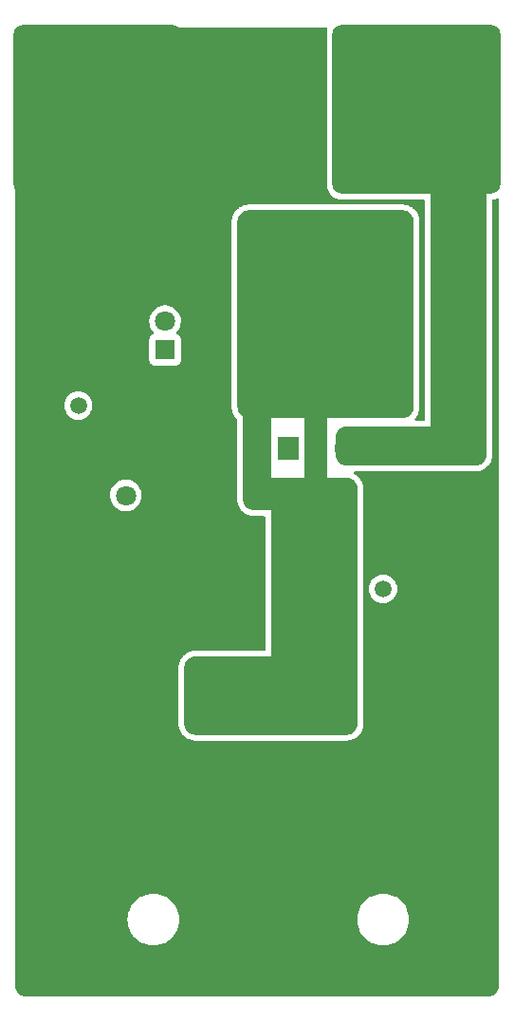
<source format=gbl>
%TF.GenerationSoftware,KiCad,Pcbnew,(6.0.5)*%
%TF.CreationDate,2022-08-02T11:04:15-06:00*%
%TF.ProjectId,fet_stress_test,6665745f-7374-4726-9573-735f74657374,rev?*%
%TF.SameCoordinates,Original*%
%TF.FileFunction,Copper,L2,Bot*%
%TF.FilePolarity,Positive*%
%FSLAX46Y46*%
G04 Gerber Fmt 4.6, Leading zero omitted, Abs format (unit mm)*
G04 Created by KiCad (PCBNEW (6.0.5)) date 2022-08-02 11:04:15*
%MOMM*%
%LPD*%
G01*
G04 APERTURE LIST*
G04 Aperture macros list*
%AMRoundRect*
0 Rectangle with rounded corners*
0 $1 Rounding radius*
0 $2 $3 $4 $5 $6 $7 $8 $9 X,Y pos of 4 corners*
0 Add a 4 corners polygon primitive as box body*
4,1,4,$2,$3,$4,$5,$6,$7,$8,$9,$2,$3,0*
0 Add four circle primitives for the rounded corners*
1,1,$1+$1,$2,$3*
1,1,$1+$1,$4,$5*
1,1,$1+$1,$6,$7*
1,1,$1+$1,$8,$9*
0 Add four rect primitives between the rounded corners*
20,1,$1+$1,$2,$3,$4,$5,0*
20,1,$1+$1,$4,$5,$6,$7,0*
20,1,$1+$1,$6,$7,$8,$9,0*
20,1,$1+$1,$8,$9,$2,$3,0*%
G04 Aperture macros list end*
%TA.AperFunction,ComponentPad*%
%ADD10C,4.000000*%
%TD*%
%TA.AperFunction,ComponentPad*%
%ADD11R,1.905000X2.000000*%
%TD*%
%TA.AperFunction,ComponentPad*%
%ADD12O,1.905000X2.000000*%
%TD*%
%TA.AperFunction,ComponentPad*%
%ADD13R,2.500000X4.500000*%
%TD*%
%TA.AperFunction,ComponentPad*%
%ADD14O,2.500000X4.500000*%
%TD*%
%TA.AperFunction,ComponentPad*%
%ADD15R,1.800000X1.800000*%
%TD*%
%TA.AperFunction,ComponentPad*%
%ADD16C,1.800000*%
%TD*%
%TA.AperFunction,ComponentPad*%
%ADD17RoundRect,0.750000X-6.750000X-6.750000X6.750000X-6.750000X6.750000X6.750000X-6.750000X6.750000X0*%
%TD*%
%TA.AperFunction,ComponentPad*%
%ADD18C,1.500000*%
%TD*%
%TA.AperFunction,ViaPad*%
%ADD19C,0.750000*%
%TD*%
%TA.AperFunction,ViaPad*%
%ADD20C,0.510000*%
%TD*%
G04 APERTURE END LIST*
D10*
%TO.P,J3,1,Pin_1*%
%TO.N,GND*%
X131167900Y-129617900D03*
%TO.P,J3,2,Pin_2*%
X131167900Y-135282100D03*
%TO.P,J3,3,Pin_3*%
X136832100Y-135282100D03*
%TO.P,J3,4,Pin_4*%
X136832100Y-129617900D03*
%TD*%
%TO.P,J2,1,Pin_1*%
%TO.N,GND*%
X111000000Y-129700440D03*
%TO.P,J2,2,Pin_2*%
X108142500Y-134649780D03*
%TO.P,J2,3,Pin_3*%
X113857500Y-134649780D03*
%TD*%
%TO.P,J1,1,Pin_1*%
%TO.N,GND*%
X123000000Y-136000000D03*
%TO.P,J1,2,Pin_2*%
X123000000Y-130158000D03*
%TD*%
D11*
%TO.P,Q2,1,G*%
%TO.N,Net-(D2-Pad1)*%
X124850000Y-98400000D03*
D12*
%TO.P,Q2,2,D*%
%TO.N,/OUTPUT*%
X127390000Y-98400000D03*
%TO.P,Q2,3,S*%
%TO.N,/24V*%
X129930000Y-98400000D03*
%TD*%
D13*
%TO.P,R7,1*%
%TO.N,/OUTPUT*%
X118300000Y-120560000D03*
D14*
%TO.P,R7,2*%
%TO.N,GND*%
X107400000Y-120560000D03*
%TD*%
D15*
%TO.P,D4,1,K*%
%TO.N,GND*%
X110390000Y-100075000D03*
D16*
%TO.P,D4,2,A*%
%TO.N,Net-(D4-Pad2)*%
X110390000Y-102615000D03*
%TD*%
D15*
%TO.P,D1,1,K*%
%TO.N,Net-(D1-Pad1)*%
X113890000Y-89625000D03*
D16*
%TO.P,D1,2,A*%
%TO.N,Net-(D1-Pad2)*%
X113890000Y-87085000D03*
%TD*%
D13*
%TO.P,R8,1*%
%TO.N,GND*%
X138800000Y-120560000D03*
D14*
%TO.P,R8,2*%
%TO.N,/OUTPUT*%
X127900000Y-120560000D03*
%TD*%
D17*
%TO.P,TP1,1,1*%
%TO.N,GND*%
X107850000Y-68200000D03*
%TD*%
D18*
%TO.P,TP5,1,1*%
%TO.N,/OUTPUT*%
X133350000Y-110950000D03*
%TD*%
%TO.P,TP3,1,1*%
%TO.N,GND*%
X112350000Y-110700000D03*
%TD*%
%TO.P,TP6,1,1*%
%TO.N,GND*%
X106140000Y-89350000D03*
%TD*%
%TO.P,TP4,1,1*%
%TO.N,Net-(R1-Pad2)*%
X106140000Y-94600000D03*
%TD*%
D17*
%TO.P,TP2,1,1*%
%TO.N,/24V*%
X136350000Y-68200000D03*
%TD*%
D19*
%TO.N,GND*%
X142133000Y-146210000D03*
X142133000Y-143670000D03*
X142133000Y-141130000D03*
X142133000Y-138590000D03*
X142133000Y-136050000D03*
X142133000Y-133510000D03*
X142133000Y-130970000D03*
X142133000Y-128430000D03*
X142133000Y-125890000D03*
X142133000Y-123350000D03*
X142133000Y-120810000D03*
X142133000Y-118270000D03*
X142133000Y-115730000D03*
X142133000Y-113190000D03*
X142133000Y-110650000D03*
X142133000Y-108110000D03*
X142133000Y-105570000D03*
X142133000Y-103030000D03*
X139593000Y-146210000D03*
X139593000Y-143670000D03*
X139593000Y-141130000D03*
X139593000Y-138590000D03*
X139593000Y-133510000D03*
X139593000Y-125890000D03*
X139593000Y-115730000D03*
X139593000Y-113190000D03*
X139593000Y-110650000D03*
X139593000Y-108110000D03*
X139593000Y-105570000D03*
X139593000Y-103030000D03*
X137053000Y-146210000D03*
X137053000Y-143670000D03*
X137053000Y-141130000D03*
X137053000Y-138590000D03*
X137053000Y-125890000D03*
X137053000Y-115730000D03*
X137053000Y-113190000D03*
X137053000Y-110650000D03*
X137053000Y-108110000D03*
X137053000Y-105570000D03*
X137053000Y-103030000D03*
X134513000Y-146210000D03*
X134513000Y-143670000D03*
X134513000Y-125890000D03*
X134513000Y-123350000D03*
X134513000Y-120810000D03*
X134513000Y-118270000D03*
X134513000Y-115730000D03*
X134513000Y-113190000D03*
X134513000Y-108110000D03*
X134513000Y-105570000D03*
X134513000Y-103030000D03*
X131973000Y-146210000D03*
X131973000Y-143670000D03*
X131973000Y-125890000D03*
X129433000Y-146210000D03*
X129433000Y-143670000D03*
X129433000Y-141130000D03*
X129433000Y-138590000D03*
X129433000Y-125890000D03*
X126893000Y-146210000D03*
X126893000Y-143670000D03*
X126893000Y-141130000D03*
X126893000Y-138590000D03*
X126893000Y-136050000D03*
X126893000Y-133510000D03*
X126893000Y-130970000D03*
X126893000Y-128430000D03*
X126893000Y-125890000D03*
X126893000Y-75090000D03*
X126893000Y-72550000D03*
X126893000Y-70010000D03*
X126893000Y-67470000D03*
X126893000Y-64930000D03*
X126893000Y-62390000D03*
X124353000Y-146210000D03*
X124353000Y-143670000D03*
X124353000Y-141130000D03*
X124353000Y-125890000D03*
X124353000Y-75090000D03*
X124353000Y-72550000D03*
X124353000Y-70010000D03*
X124353000Y-67470000D03*
X124353000Y-64930000D03*
X124353000Y-62390000D03*
X121813000Y-146210000D03*
X121813000Y-143670000D03*
X121813000Y-141130000D03*
X121813000Y-125890000D03*
X121813000Y-115730000D03*
X121813000Y-113190000D03*
X121813000Y-108110000D03*
X121813000Y-105570000D03*
X121813000Y-75090000D03*
X121813000Y-72550000D03*
X121813000Y-70010000D03*
X121813000Y-67470000D03*
X121813000Y-64930000D03*
X121813000Y-62390000D03*
X119273000Y-146210000D03*
X119273000Y-143670000D03*
X119273000Y-141130000D03*
X119273000Y-138590000D03*
X119273000Y-136050000D03*
X119273000Y-133510000D03*
X119273000Y-130970000D03*
X119273000Y-128430000D03*
X119273000Y-125890000D03*
X119273000Y-115730000D03*
X119273000Y-113190000D03*
X119273000Y-108110000D03*
X119273000Y-105570000D03*
X119273000Y-100490000D03*
X119273000Y-80170000D03*
X119273000Y-77630000D03*
X119273000Y-75090000D03*
X119273000Y-72550000D03*
X119273000Y-70010000D03*
X119273000Y-67470000D03*
X119273000Y-64930000D03*
X119273000Y-62390000D03*
X116733000Y-146210000D03*
X116733000Y-143670000D03*
X116733000Y-141130000D03*
X116733000Y-138590000D03*
X116733000Y-136050000D03*
X116733000Y-133510000D03*
X116733000Y-130970000D03*
X116733000Y-128430000D03*
X116733000Y-125890000D03*
X116733000Y-115730000D03*
X116733000Y-113190000D03*
X116733000Y-108110000D03*
X116733000Y-105570000D03*
X116733000Y-97950000D03*
X116733000Y-82710000D03*
X116733000Y-80170000D03*
X116733000Y-77630000D03*
X116733000Y-75090000D03*
X116733000Y-72550000D03*
X116733000Y-70010000D03*
X116733000Y-67470000D03*
X116733000Y-64930000D03*
X116733000Y-62390000D03*
X114193000Y-146210000D03*
X114193000Y-143670000D03*
X114193000Y-130970000D03*
X114193000Y-128430000D03*
X114193000Y-125890000D03*
X114193000Y-123350000D03*
X114193000Y-120810000D03*
X114193000Y-118270000D03*
X114193000Y-115730000D03*
X114193000Y-113190000D03*
X114193000Y-110650000D03*
X114193000Y-108110000D03*
X114193000Y-105570000D03*
X114193000Y-100490000D03*
X114193000Y-97950000D03*
X114193000Y-92870000D03*
X114193000Y-82710000D03*
X114193000Y-80170000D03*
X114193000Y-77630000D03*
X111653000Y-146210000D03*
X111653000Y-143670000D03*
X111653000Y-125890000D03*
X111653000Y-123350000D03*
X111653000Y-120810000D03*
X111653000Y-118270000D03*
X111653000Y-115730000D03*
X111653000Y-113190000D03*
X111653000Y-108110000D03*
X111653000Y-105570000D03*
X111653000Y-97950000D03*
X111653000Y-92870000D03*
X111653000Y-90330000D03*
X111653000Y-87790000D03*
X111653000Y-85250000D03*
X111653000Y-82710000D03*
X111653000Y-80170000D03*
X111653000Y-77630000D03*
X109113000Y-146210000D03*
X109113000Y-143670000D03*
X109113000Y-141130000D03*
X109113000Y-138590000D03*
X109113000Y-125890000D03*
X109113000Y-115730000D03*
X109113000Y-113190000D03*
X109113000Y-110650000D03*
X109113000Y-108110000D03*
X109113000Y-105570000D03*
X109113000Y-97950000D03*
X109113000Y-92870000D03*
X109113000Y-90330000D03*
X109113000Y-87790000D03*
X109113000Y-85250000D03*
X109113000Y-82710000D03*
X109113000Y-80170000D03*
X109113000Y-77630000D03*
X106573000Y-146210000D03*
X106573000Y-143670000D03*
X106573000Y-141130000D03*
X106573000Y-138590000D03*
X106573000Y-130970000D03*
X106573000Y-128430000D03*
X106573000Y-125890000D03*
X106573000Y-115730000D03*
X106573000Y-113190000D03*
X106573000Y-110650000D03*
X106573000Y-108110000D03*
X106573000Y-105570000D03*
X106573000Y-103030000D03*
X106573000Y-100490000D03*
X106573000Y-97950000D03*
X106573000Y-92870000D03*
X106573000Y-85250000D03*
X106573000Y-82710000D03*
X106573000Y-80170000D03*
X106573000Y-77630000D03*
X104033000Y-146210000D03*
X104033000Y-143670000D03*
X104033000Y-141130000D03*
X104033000Y-138590000D03*
X104033000Y-136050000D03*
X104033000Y-133510000D03*
X104033000Y-130970000D03*
X104033000Y-128430000D03*
X104033000Y-125890000D03*
X104033000Y-123350000D03*
X104033000Y-120810000D03*
X104033000Y-118270000D03*
X104033000Y-115730000D03*
X104033000Y-113190000D03*
X104033000Y-110650000D03*
X104033000Y-108110000D03*
X104033000Y-105570000D03*
X104033000Y-103030000D03*
X104033000Y-100490000D03*
X104033000Y-97950000D03*
X104033000Y-95410000D03*
X104033000Y-92870000D03*
X104033000Y-90330000D03*
X104033000Y-87790000D03*
X104033000Y-85250000D03*
X104033000Y-82710000D03*
X104033000Y-80170000D03*
X104033000Y-77630000D03*
X101493000Y-146210000D03*
X101493000Y-143670000D03*
X101493000Y-141130000D03*
X101493000Y-138590000D03*
X101493000Y-136050000D03*
X101493000Y-133510000D03*
X101493000Y-130970000D03*
X101493000Y-128430000D03*
X101493000Y-125890000D03*
X101493000Y-123350000D03*
X101493000Y-120810000D03*
X101493000Y-118270000D03*
X101493000Y-115730000D03*
X101493000Y-113190000D03*
X101493000Y-110650000D03*
X101493000Y-108110000D03*
X101493000Y-105570000D03*
X101493000Y-103030000D03*
X101493000Y-100490000D03*
X101493000Y-97950000D03*
X101493000Y-95410000D03*
X101493000Y-92870000D03*
X101493000Y-90330000D03*
X101493000Y-87790000D03*
X101493000Y-85250000D03*
X101493000Y-82710000D03*
X101493000Y-80170000D03*
X101493000Y-77630000D03*
D20*
%TO.N,/24V*%
X139593000Y-82710000D03*
X139593000Y-77630000D03*
X139593000Y-80170000D03*
X131973000Y-97950000D03*
X139593000Y-87790000D03*
X139593000Y-85250000D03*
X137053000Y-97950000D03*
X134513000Y-97950000D03*
X139593000Y-95410000D03*
X139593000Y-92870000D03*
X139593000Y-97950000D03*
X139593000Y-90330000D03*
%TO.N,/OUTPUT*%
X129433000Y-108110000D03*
X131973000Y-90330000D03*
X124353000Y-118270000D03*
X126893000Y-108110000D03*
X129433000Y-123350000D03*
X134513000Y-85250000D03*
X124353000Y-90330000D03*
X129433000Y-115730000D03*
X129433000Y-105570000D03*
X134513000Y-90330000D03*
X121813000Y-90330000D03*
X124353000Y-120810000D03*
X134513000Y-92870000D03*
X134513000Y-87790000D03*
X124353000Y-115730000D03*
X126893000Y-103030000D03*
X124353000Y-123350000D03*
X126893000Y-113190000D03*
X124353000Y-108110000D03*
X129433000Y-113190000D03*
X134513000Y-80170000D03*
X126893000Y-87790000D03*
X121813000Y-87790000D03*
X131973000Y-87790000D03*
X126893000Y-105570000D03*
X126893000Y-110650000D03*
X134513000Y-82710000D03*
X126893000Y-100490000D03*
X124353000Y-105570000D03*
X129433000Y-103030000D03*
X126893000Y-115730000D03*
X121813000Y-120810000D03*
X124353000Y-87790000D03*
X129433000Y-92870000D03*
X124353000Y-113190000D03*
X131973000Y-92870000D03*
X124353000Y-92870000D03*
X126893000Y-90330000D03*
X129433000Y-90330000D03*
X126893000Y-92870000D03*
X121813000Y-123350000D03*
X121813000Y-118270000D03*
X129433000Y-87790000D03*
%TD*%
%TA.AperFunction,Conductor*%
%TO.N,/OUTPUT*%
G36*
X128350000Y-103950000D02*
G01*
X126350000Y-103950000D01*
X126350000Y-95700000D01*
X128350000Y-95700000D01*
X128350000Y-103950000D01*
G37*
%TD.AperFunction*%
%TD*%
%TA.AperFunction,Conductor*%
%TO.N,/OUTPUT*%
G36*
X130106163Y-101050607D02*
G01*
X130282740Y-101067999D01*
X130306957Y-101072815D01*
X130470809Y-101122518D01*
X130493629Y-101131971D01*
X130644631Y-101212683D01*
X130665158Y-101226399D01*
X130797521Y-101335026D01*
X130814974Y-101352479D01*
X130923601Y-101484842D01*
X130937319Y-101505372D01*
X131018029Y-101656371D01*
X131027482Y-101679190D01*
X131077185Y-101843043D01*
X131082002Y-101867263D01*
X131099393Y-102043837D01*
X131100000Y-102056187D01*
X131100000Y-122943813D01*
X131099393Y-122956163D01*
X131082002Y-123132737D01*
X131077185Y-123156957D01*
X131027482Y-123320809D01*
X131018029Y-123343629D01*
X130937319Y-123494628D01*
X130923601Y-123515158D01*
X130814974Y-123647521D01*
X130797521Y-123664974D01*
X130665158Y-123773601D01*
X130644631Y-123787317D01*
X130552417Y-123836607D01*
X130493629Y-123868029D01*
X130470810Y-123877482D01*
X130306957Y-123927185D01*
X130282740Y-123932001D01*
X130106163Y-123949393D01*
X130093813Y-123950000D01*
X116606187Y-123950000D01*
X116593837Y-123949393D01*
X116417260Y-123932001D01*
X116393043Y-123927185D01*
X116229190Y-123877482D01*
X116206371Y-123868029D01*
X116147583Y-123836607D01*
X116055369Y-123787317D01*
X116034842Y-123773601D01*
X115902479Y-123664974D01*
X115885026Y-123647521D01*
X115776399Y-123515158D01*
X115762681Y-123494628D01*
X115681971Y-123343629D01*
X115672518Y-123320809D01*
X115622815Y-123156957D01*
X115617998Y-123132737D01*
X115600607Y-122956163D01*
X115600000Y-122943813D01*
X115600000Y-117956187D01*
X115600607Y-117943837D01*
X115617998Y-117767263D01*
X115622815Y-117743043D01*
X115672518Y-117579190D01*
X115681971Y-117556371D01*
X115762681Y-117405372D01*
X115776399Y-117384842D01*
X115885026Y-117252479D01*
X115902479Y-117235026D01*
X116034842Y-117126399D01*
X116055369Y-117112683D01*
X116206371Y-117031971D01*
X116229191Y-117022518D01*
X116393043Y-116972815D01*
X116417260Y-116967999D01*
X116593837Y-116950607D01*
X116606187Y-116950000D01*
X123350000Y-116950000D01*
X123350000Y-101050000D01*
X130093813Y-101050000D01*
X130106163Y-101050607D01*
G37*
%TD.AperFunction*%
%TD*%
%TA.AperFunction,Conductor*%
%TO.N,/24V*%
G36*
X141606163Y-72700607D02*
G01*
X141782740Y-72717999D01*
X141806957Y-72722815D01*
X141970809Y-72772518D01*
X141993629Y-72781971D01*
X142144631Y-72862683D01*
X142165158Y-72876399D01*
X142297521Y-72985026D01*
X142314974Y-73002479D01*
X142423601Y-73134842D01*
X142437319Y-73155372D01*
X142518029Y-73306371D01*
X142527482Y-73329190D01*
X142577185Y-73493043D01*
X142582002Y-73517263D01*
X142599393Y-73693837D01*
X142600000Y-73706187D01*
X142600000Y-98943813D01*
X142599393Y-98956163D01*
X142582002Y-99132737D01*
X142577185Y-99156957D01*
X142527482Y-99320809D01*
X142518029Y-99343629D01*
X142437319Y-99494628D01*
X142423601Y-99515158D01*
X142314974Y-99647521D01*
X142297521Y-99664974D01*
X142165158Y-99773601D01*
X142144631Y-99787317D01*
X142052417Y-99836607D01*
X141993629Y-99868029D01*
X141970810Y-99877482D01*
X141806957Y-99927185D01*
X141782740Y-99932001D01*
X141606163Y-99949393D01*
X141593813Y-99950000D01*
X130106187Y-99950000D01*
X130093837Y-99949393D01*
X129917260Y-99932001D01*
X129893043Y-99927185D01*
X129729190Y-99877482D01*
X129706371Y-99868029D01*
X129647583Y-99836607D01*
X129555369Y-99787317D01*
X129534842Y-99773601D01*
X129402479Y-99664974D01*
X129385026Y-99647521D01*
X129276399Y-99515158D01*
X129262681Y-99494628D01*
X129181971Y-99343629D01*
X129172518Y-99320809D01*
X129122815Y-99156957D01*
X129117998Y-99132737D01*
X129100607Y-98956163D01*
X129100000Y-98943813D01*
X129100000Y-97456187D01*
X129100607Y-97443837D01*
X129117998Y-97267263D01*
X129122815Y-97243043D01*
X129172518Y-97079190D01*
X129181971Y-97056371D01*
X129262681Y-96905372D01*
X129276399Y-96884842D01*
X129385026Y-96752479D01*
X129402479Y-96735026D01*
X129534842Y-96626399D01*
X129555369Y-96612683D01*
X129706371Y-96531971D01*
X129729191Y-96522518D01*
X129893043Y-96472815D01*
X129917260Y-96467999D01*
X130093837Y-96450607D01*
X130106187Y-96450000D01*
X137600000Y-96450000D01*
X137600000Y-73706187D01*
X137600607Y-73693837D01*
X137617998Y-73517263D01*
X137622815Y-73493043D01*
X137672518Y-73329190D01*
X137681971Y-73306371D01*
X137762681Y-73155372D01*
X137776399Y-73134842D01*
X137885026Y-73002479D01*
X137902479Y-72985026D01*
X138034842Y-72876399D01*
X138055369Y-72862683D01*
X138206371Y-72781971D01*
X138229191Y-72772518D01*
X138393043Y-72722815D01*
X138417260Y-72717999D01*
X138593837Y-72700607D01*
X138606187Y-72700000D01*
X141593813Y-72700000D01*
X141606163Y-72700607D01*
G37*
%TD.AperFunction*%
%TD*%
%TA.AperFunction,Conductor*%
%TO.N,/OUTPUT*%
G36*
X135106163Y-77200607D02*
G01*
X135282740Y-77217999D01*
X135306957Y-77222815D01*
X135470809Y-77272518D01*
X135493629Y-77281971D01*
X135644631Y-77362683D01*
X135665158Y-77376399D01*
X135797521Y-77485026D01*
X135814974Y-77502479D01*
X135923601Y-77634842D01*
X135937319Y-77655372D01*
X136018029Y-77806371D01*
X136027482Y-77829190D01*
X136077185Y-77993043D01*
X136082002Y-78017263D01*
X136099393Y-78193837D01*
X136100000Y-78206187D01*
X136100000Y-94693813D01*
X136099393Y-94706163D01*
X136082002Y-94882737D01*
X136077185Y-94906957D01*
X136027482Y-95070809D01*
X136018029Y-95093629D01*
X135937319Y-95244628D01*
X135923601Y-95265158D01*
X135814974Y-95397521D01*
X135797521Y-95414974D01*
X135665158Y-95523601D01*
X135644631Y-95537317D01*
X135552417Y-95586607D01*
X135493629Y-95618029D01*
X135470810Y-95627482D01*
X135306957Y-95677185D01*
X135282740Y-95682001D01*
X135106163Y-95699393D01*
X135093813Y-95700000D01*
X121356187Y-95700000D01*
X121343837Y-95699393D01*
X121167260Y-95682001D01*
X121143043Y-95677185D01*
X120979190Y-95627482D01*
X120956371Y-95618029D01*
X120897583Y-95586607D01*
X120805369Y-95537317D01*
X120784842Y-95523601D01*
X120652479Y-95414974D01*
X120635026Y-95397521D01*
X120526399Y-95265158D01*
X120512681Y-95244628D01*
X120431971Y-95093629D01*
X120422518Y-95070809D01*
X120372815Y-94906957D01*
X120367998Y-94882737D01*
X120350607Y-94706163D01*
X120350000Y-94693813D01*
X120350000Y-78206187D01*
X120350607Y-78193837D01*
X120367998Y-78017263D01*
X120372815Y-77993043D01*
X120422518Y-77829190D01*
X120431971Y-77806371D01*
X120512681Y-77655372D01*
X120526399Y-77634842D01*
X120635026Y-77502479D01*
X120652479Y-77485026D01*
X120784842Y-77376399D01*
X120805369Y-77362683D01*
X120956371Y-77281971D01*
X120979191Y-77272518D01*
X121143043Y-77222815D01*
X121167260Y-77217999D01*
X121343837Y-77200607D01*
X121356187Y-77200000D01*
X135093813Y-77200000D01*
X135106163Y-77200607D01*
G37*
%TD.AperFunction*%
%TD*%
%TA.AperFunction,Conductor*%
%TO.N,/OUTPUT*%
G36*
X123350000Y-101050000D02*
G01*
X130093813Y-101050000D01*
X130106163Y-101050607D01*
X130282740Y-101067999D01*
X130306957Y-101072815D01*
X130470809Y-101122518D01*
X130493629Y-101131971D01*
X130644631Y-101212683D01*
X130665158Y-101226399D01*
X130797521Y-101335026D01*
X130814974Y-101352479D01*
X130923601Y-101484842D01*
X130937319Y-101505372D01*
X131018029Y-101656371D01*
X131027482Y-101679190D01*
X131077185Y-101843043D01*
X131082002Y-101867263D01*
X131099393Y-102043837D01*
X131100000Y-102056187D01*
X131100000Y-103950000D01*
X121856187Y-103950000D01*
X121843837Y-103949393D01*
X121667260Y-103932001D01*
X121643043Y-103927185D01*
X121479190Y-103877482D01*
X121456371Y-103868029D01*
X121397583Y-103836607D01*
X121305369Y-103787317D01*
X121284842Y-103773601D01*
X121152479Y-103664974D01*
X121135026Y-103647521D01*
X121026399Y-103515158D01*
X121012681Y-103494628D01*
X120931971Y-103343629D01*
X120922518Y-103320809D01*
X120872815Y-103156957D01*
X120867998Y-103132737D01*
X120850607Y-102956163D01*
X120850000Y-102943813D01*
X120850000Y-95200000D01*
X123350000Y-95200000D01*
X123350000Y-101050000D01*
G37*
%TD.AperFunction*%
%TD*%
%TA.AperFunction,Conductor*%
%TO.N,GND*%
G36*
X128347490Y-60920002D02*
G01*
X128393983Y-60973658D01*
X128404087Y-61043932D01*
X128401411Y-61057335D01*
X128353022Y-61245800D01*
X128352587Y-61251151D01*
X128345780Y-61334842D01*
X128341500Y-61387458D01*
X128341500Y-75012542D01*
X128353022Y-75154200D01*
X128408890Y-75371794D01*
X128502409Y-75576055D01*
X128630620Y-75760527D01*
X128789473Y-75919380D01*
X128973945Y-76047591D01*
X129178206Y-76141110D01*
X129395800Y-76196978D01*
X129449705Y-76201362D01*
X129534908Y-76208293D01*
X129534918Y-76208293D01*
X129537458Y-76208500D01*
X136960500Y-76208500D01*
X137028621Y-76228502D01*
X137075114Y-76282158D01*
X137086500Y-76334500D01*
X137086500Y-95810500D01*
X137066498Y-95878621D01*
X137012842Y-95925114D01*
X136960500Y-95936500D01*
X136302918Y-95936500D01*
X136234797Y-95916498D01*
X136188304Y-95862842D01*
X136178200Y-95792568D01*
X136209551Y-95725892D01*
X136210874Y-95724432D01*
X136210899Y-95724403D01*
X136211916Y-95723281D01*
X136250994Y-95675664D01*
X136319562Y-95592114D01*
X136319572Y-95592101D01*
X136320543Y-95590918D01*
X136350558Y-95550448D01*
X136364276Y-95529918D01*
X136390186Y-95486689D01*
X136390911Y-95485333D01*
X136390921Y-95485315D01*
X136470160Y-95337067D01*
X136470160Y-95337066D01*
X136470896Y-95335690D01*
X136492436Y-95290148D01*
X136501889Y-95267328D01*
X136514655Y-95231653D01*
X136518344Y-95221344D01*
X136518346Y-95221338D01*
X136518872Y-95219868D01*
X136568575Y-95056016D01*
X136580821Y-95007123D01*
X136585638Y-94982903D01*
X136593029Y-94933069D01*
X136603705Y-94824681D01*
X136610345Y-94757260D01*
X136610347Y-94757232D01*
X136610420Y-94756495D01*
X136612274Y-94731371D01*
X136612881Y-94719021D01*
X136613500Y-94693813D01*
X136613500Y-78206187D01*
X136612881Y-78180979D01*
X136612274Y-78168629D01*
X136610420Y-78143505D01*
X136593029Y-77966931D01*
X136585638Y-77917097D01*
X136580821Y-77892877D01*
X136568575Y-77843985D01*
X136518872Y-77680132D01*
X136501886Y-77632663D01*
X136492433Y-77609844D01*
X136470896Y-77564310D01*
X136450715Y-77526554D01*
X136390921Y-77414685D01*
X136390911Y-77414667D01*
X136390186Y-77413311D01*
X136364276Y-77370082D01*
X136350558Y-77349552D01*
X136320543Y-77309082D01*
X136319572Y-77307899D01*
X136319562Y-77307886D01*
X136212880Y-77177894D01*
X136211916Y-77176719D01*
X136178073Y-77139380D01*
X136160620Y-77121927D01*
X136123281Y-77088084D01*
X136075664Y-77049006D01*
X135992114Y-76980438D01*
X135992101Y-76980428D01*
X135990918Y-76979457D01*
X135950448Y-76949442D01*
X135929921Y-76935726D01*
X135914753Y-76926635D01*
X135888035Y-76910620D01*
X135888024Y-76910614D01*
X135886693Y-76909816D01*
X135823726Y-76876160D01*
X135737065Y-76829838D01*
X135737052Y-76829831D01*
X135735691Y-76829104D01*
X135710507Y-76817193D01*
X135691523Y-76808214D01*
X135691512Y-76808209D01*
X135690148Y-76807564D01*
X135667328Y-76798111D01*
X135619868Y-76781128D01*
X135618391Y-76780680D01*
X135618376Y-76780675D01*
X135525250Y-76752427D01*
X135456016Y-76731425D01*
X135454537Y-76731055D01*
X135454524Y-76731051D01*
X135408605Y-76719551D01*
X135408599Y-76719550D01*
X135407115Y-76719178D01*
X135382898Y-76714362D01*
X135381384Y-76714138D01*
X135381370Y-76714135D01*
X135360958Y-76711108D01*
X135333074Y-76706972D01*
X135331513Y-76706818D01*
X135331511Y-76706818D01*
X135157290Y-76689658D01*
X135157282Y-76689657D01*
X135156497Y-76689580D01*
X135131371Y-76687726D01*
X135125090Y-76687417D01*
X135119763Y-76687155D01*
X135119726Y-76687154D01*
X135119021Y-76687119D01*
X135099782Y-76686647D01*
X135094548Y-76686518D01*
X135094544Y-76686518D01*
X135093813Y-76686500D01*
X121356187Y-76686500D01*
X121355456Y-76686518D01*
X121355452Y-76686518D01*
X121350218Y-76686647D01*
X121330979Y-76687119D01*
X121330274Y-76687154D01*
X121330237Y-76687155D01*
X121324910Y-76687417D01*
X121318629Y-76687726D01*
X121293503Y-76689580D01*
X121292718Y-76689657D01*
X121292710Y-76689658D01*
X121118489Y-76706818D01*
X121118487Y-76706818D01*
X121116926Y-76706972D01*
X121089042Y-76711108D01*
X121068630Y-76714135D01*
X121068616Y-76714138D01*
X121067102Y-76714362D01*
X121042885Y-76719178D01*
X121041401Y-76719550D01*
X121041395Y-76719551D01*
X120995476Y-76731051D01*
X120995463Y-76731055D01*
X120993984Y-76731425D01*
X120924750Y-76752427D01*
X120831624Y-76780675D01*
X120831609Y-76780680D01*
X120830132Y-76781128D01*
X120782672Y-76798111D01*
X120759852Y-76807564D01*
X120758488Y-76808209D01*
X120758477Y-76808214D01*
X120739493Y-76817193D01*
X120714309Y-76829104D01*
X120712948Y-76829831D01*
X120712935Y-76829838D01*
X120626274Y-76876160D01*
X120563307Y-76909816D01*
X120561976Y-76910614D01*
X120561965Y-76910620D01*
X120535247Y-76926635D01*
X120520079Y-76935726D01*
X120499552Y-76949442D01*
X120459082Y-76979457D01*
X120457899Y-76980428D01*
X120457886Y-76980438D01*
X120374336Y-77049006D01*
X120326719Y-77088084D01*
X120289380Y-77121927D01*
X120271927Y-77139380D01*
X120238084Y-77176719D01*
X120237120Y-77177894D01*
X120130438Y-77307886D01*
X120130428Y-77307899D01*
X120129457Y-77309082D01*
X120099442Y-77349552D01*
X120085724Y-77370082D01*
X120059814Y-77413311D01*
X120059089Y-77414667D01*
X120059079Y-77414685D01*
X119999285Y-77526554D01*
X119979104Y-77564310D01*
X119957567Y-77609844D01*
X119948114Y-77632663D01*
X119931128Y-77680132D01*
X119881425Y-77843985D01*
X119869179Y-77892877D01*
X119864362Y-77917097D01*
X119856971Y-77966931D01*
X119839580Y-78143505D01*
X119837726Y-78168629D01*
X119837119Y-78180979D01*
X119836500Y-78206187D01*
X119836500Y-94693813D01*
X119837119Y-94719021D01*
X119837726Y-94731371D01*
X119839580Y-94756495D01*
X119839653Y-94757232D01*
X119839655Y-94757260D01*
X119846296Y-94824681D01*
X119856971Y-94933069D01*
X119864362Y-94982903D01*
X119869179Y-95007123D01*
X119881425Y-95056016D01*
X119931128Y-95219868D01*
X119931654Y-95221338D01*
X119931656Y-95221344D01*
X119935345Y-95231653D01*
X119948111Y-95267328D01*
X119957564Y-95290148D01*
X119979104Y-95335690D01*
X119979840Y-95337066D01*
X119979840Y-95337067D01*
X120059079Y-95485315D01*
X120059089Y-95485333D01*
X120059814Y-95486689D01*
X120085724Y-95529918D01*
X120099442Y-95550448D01*
X120129457Y-95590918D01*
X120130428Y-95592101D01*
X120130438Y-95592114D01*
X120199006Y-95675664D01*
X120238084Y-95723281D01*
X120271927Y-95760620D01*
X120289380Y-95778073D01*
X120290521Y-95779107D01*
X120290525Y-95779111D01*
X120295120Y-95783276D01*
X120332159Y-95843845D01*
X120336500Y-95876633D01*
X120336500Y-102943813D01*
X120337119Y-102969021D01*
X120337726Y-102981371D01*
X120339580Y-103006495D01*
X120339653Y-103007232D01*
X120339655Y-103007260D01*
X120351777Y-103130329D01*
X120356971Y-103183069D01*
X120364362Y-103232903D01*
X120369179Y-103257123D01*
X120381425Y-103306016D01*
X120431128Y-103469868D01*
X120448111Y-103517328D01*
X120457564Y-103540148D01*
X120479104Y-103585690D01*
X120479840Y-103587066D01*
X120479840Y-103587067D01*
X120559079Y-103735315D01*
X120559089Y-103735333D01*
X120559814Y-103736689D01*
X120585724Y-103779918D01*
X120599442Y-103800448D01*
X120600353Y-103801676D01*
X120600357Y-103801682D01*
X120628538Y-103839679D01*
X120629457Y-103840918D01*
X120630428Y-103842101D01*
X120630438Y-103842114D01*
X120667256Y-103886977D01*
X120738084Y-103973281D01*
X120771927Y-104010620D01*
X120789380Y-104028073D01*
X120826719Y-104061916D01*
X120827894Y-104062880D01*
X120957886Y-104169562D01*
X120957899Y-104169572D01*
X120959082Y-104170543D01*
X120999552Y-104200558D01*
X121020079Y-104214274D01*
X121063305Y-104240182D01*
X121155519Y-104289472D01*
X121155526Y-104289476D01*
X121214314Y-104320898D01*
X121259844Y-104342433D01*
X121282663Y-104351886D01*
X121330132Y-104368872D01*
X121493985Y-104418575D01*
X121495465Y-104418946D01*
X121495477Y-104418949D01*
X121541395Y-104430449D01*
X121541402Y-104430450D01*
X121542885Y-104430822D01*
X121567102Y-104435638D01*
X121568616Y-104435862D01*
X121568630Y-104435865D01*
X121589042Y-104438892D01*
X121616926Y-104443028D01*
X121618487Y-104443182D01*
X121618489Y-104443182D01*
X121792710Y-104460342D01*
X121792718Y-104460343D01*
X121793503Y-104460420D01*
X121818629Y-104462274D01*
X121824910Y-104462583D01*
X121830237Y-104462845D01*
X121830274Y-104462846D01*
X121830979Y-104462881D01*
X121850218Y-104463353D01*
X121855452Y-104463482D01*
X121855456Y-104463482D01*
X121856187Y-104463500D01*
X122710500Y-104463500D01*
X122778621Y-104483502D01*
X122825114Y-104537158D01*
X122836500Y-104589500D01*
X122836500Y-116310500D01*
X122816498Y-116378621D01*
X122762842Y-116425114D01*
X122710500Y-116436500D01*
X116606187Y-116436500D01*
X116605456Y-116436518D01*
X116605452Y-116436518D01*
X116600218Y-116436647D01*
X116580979Y-116437119D01*
X116580274Y-116437154D01*
X116580237Y-116437155D01*
X116574910Y-116437417D01*
X116568629Y-116437726D01*
X116543503Y-116439580D01*
X116542718Y-116439657D01*
X116542710Y-116439658D01*
X116368489Y-116456818D01*
X116368487Y-116456818D01*
X116366926Y-116456972D01*
X116339042Y-116461108D01*
X116318630Y-116464135D01*
X116318616Y-116464138D01*
X116317102Y-116464362D01*
X116292885Y-116469178D01*
X116291401Y-116469550D01*
X116291395Y-116469551D01*
X116245476Y-116481051D01*
X116245463Y-116481055D01*
X116243984Y-116481425D01*
X116174750Y-116502427D01*
X116081624Y-116530675D01*
X116081609Y-116530680D01*
X116080132Y-116531128D01*
X116032672Y-116548111D01*
X116009852Y-116557564D01*
X116008488Y-116558209D01*
X116008477Y-116558214D01*
X115989493Y-116567193D01*
X115964309Y-116579104D01*
X115962948Y-116579831D01*
X115962935Y-116579838D01*
X115876274Y-116626160D01*
X115813307Y-116659816D01*
X115811976Y-116660614D01*
X115811965Y-116660620D01*
X115785247Y-116676635D01*
X115770079Y-116685726D01*
X115749552Y-116699442D01*
X115709082Y-116729457D01*
X115707899Y-116730428D01*
X115707886Y-116730438D01*
X115624336Y-116799006D01*
X115576719Y-116838084D01*
X115539380Y-116871927D01*
X115521927Y-116889380D01*
X115488084Y-116926719D01*
X115487120Y-116927894D01*
X115380438Y-117057886D01*
X115380428Y-117057899D01*
X115379457Y-117059082D01*
X115349442Y-117099552D01*
X115335724Y-117120082D01*
X115309814Y-117163311D01*
X115309089Y-117164667D01*
X115309079Y-117164685D01*
X115249285Y-117276554D01*
X115229104Y-117314310D01*
X115207567Y-117359844D01*
X115198114Y-117382663D01*
X115181128Y-117430132D01*
X115131425Y-117593985D01*
X115119179Y-117642877D01*
X115114362Y-117667097D01*
X115106971Y-117716931D01*
X115089580Y-117893505D01*
X115087726Y-117918629D01*
X115087119Y-117930979D01*
X115086500Y-117956187D01*
X115086500Y-122943813D01*
X115087119Y-122969021D01*
X115087726Y-122981371D01*
X115089580Y-123006495D01*
X115106971Y-123183069D01*
X115114362Y-123232903D01*
X115119179Y-123257123D01*
X115131425Y-123306016D01*
X115181128Y-123469868D01*
X115198111Y-123517328D01*
X115207564Y-123540148D01*
X115229104Y-123585690D01*
X115229840Y-123587066D01*
X115229840Y-123587067D01*
X115309079Y-123735315D01*
X115309089Y-123735333D01*
X115309814Y-123736689D01*
X115335724Y-123779918D01*
X115349442Y-123800448D01*
X115379457Y-123840918D01*
X115380428Y-123842101D01*
X115380438Y-123842114D01*
X115449006Y-123925664D01*
X115488084Y-123973281D01*
X115521927Y-124010620D01*
X115539380Y-124028073D01*
X115576719Y-124061916D01*
X115577894Y-124062880D01*
X115707886Y-124169562D01*
X115707899Y-124169572D01*
X115709082Y-124170543D01*
X115749552Y-124200558D01*
X115770079Y-124214274D01*
X115813305Y-124240182D01*
X115905519Y-124289472D01*
X115905526Y-124289476D01*
X115964314Y-124320898D01*
X116009844Y-124342433D01*
X116032663Y-124351886D01*
X116080132Y-124368872D01*
X116243985Y-124418575D01*
X116245465Y-124418946D01*
X116245477Y-124418949D01*
X116291395Y-124430449D01*
X116291402Y-124430450D01*
X116292885Y-124430822D01*
X116317102Y-124435638D01*
X116318616Y-124435862D01*
X116318630Y-124435865D01*
X116339042Y-124438892D01*
X116366926Y-124443028D01*
X116368487Y-124443182D01*
X116368489Y-124443182D01*
X116542710Y-124460342D01*
X116542718Y-124460343D01*
X116543503Y-124460420D01*
X116568629Y-124462274D01*
X116574910Y-124462583D01*
X116580237Y-124462845D01*
X116580274Y-124462846D01*
X116580979Y-124462881D01*
X116600218Y-124463353D01*
X116605452Y-124463482D01*
X116605456Y-124463482D01*
X116606187Y-124463500D01*
X130093813Y-124463500D01*
X130094544Y-124463482D01*
X130094548Y-124463482D01*
X130099782Y-124463353D01*
X130119021Y-124462881D01*
X130119726Y-124462846D01*
X130119763Y-124462845D01*
X130125090Y-124462583D01*
X130131371Y-124462274D01*
X130156497Y-124460420D01*
X130157282Y-124460343D01*
X130157290Y-124460342D01*
X130331511Y-124443182D01*
X130331513Y-124443182D01*
X130333074Y-124443028D01*
X130360958Y-124438892D01*
X130381370Y-124435865D01*
X130381384Y-124435862D01*
X130382898Y-124435638D01*
X130407115Y-124430822D01*
X130408598Y-124430450D01*
X130408605Y-124430449D01*
X130454523Y-124418949D01*
X130454535Y-124418946D01*
X130456015Y-124418575D01*
X130619868Y-124368872D01*
X130667337Y-124351886D01*
X130688727Y-124343025D01*
X130688754Y-124343014D01*
X130688761Y-124343011D01*
X130690156Y-124342433D01*
X130704036Y-124335868D01*
X130734282Y-124321563D01*
X130734301Y-124321553D01*
X130735691Y-124320896D01*
X130737052Y-124320169D01*
X130737065Y-124320162D01*
X130823726Y-124273840D01*
X130886693Y-124240184D01*
X130888024Y-124239386D01*
X130888035Y-124239380D01*
X130928616Y-124215056D01*
X130929921Y-124214274D01*
X130950448Y-124200558D01*
X130990918Y-124170543D01*
X130992101Y-124169572D01*
X130992114Y-124169562D01*
X131122106Y-124062880D01*
X131123281Y-124061916D01*
X131160620Y-124028073D01*
X131178073Y-124010620D01*
X131211916Y-123973281D01*
X131250994Y-123925664D01*
X131319562Y-123842114D01*
X131319572Y-123842101D01*
X131320543Y-123840918D01*
X131350558Y-123800448D01*
X131364276Y-123779918D01*
X131390186Y-123736689D01*
X131390911Y-123735333D01*
X131390921Y-123735315D01*
X131470160Y-123587067D01*
X131470160Y-123587066D01*
X131470896Y-123585690D01*
X131492436Y-123540148D01*
X131501889Y-123517328D01*
X131518872Y-123469868D01*
X131568575Y-123306016D01*
X131580821Y-123257123D01*
X131585638Y-123232903D01*
X131593029Y-123183069D01*
X131610420Y-123006495D01*
X131612274Y-122981371D01*
X131612881Y-122969021D01*
X131613500Y-122943813D01*
X131613500Y-110950000D01*
X132086693Y-110950000D01*
X132105885Y-111169371D01*
X132162880Y-111382076D01*
X132165205Y-111387061D01*
X132253618Y-111576666D01*
X132253621Y-111576671D01*
X132255944Y-111581653D01*
X132382251Y-111762038D01*
X132537962Y-111917749D01*
X132718346Y-112044056D01*
X132917924Y-112137120D01*
X133130629Y-112194115D01*
X133350000Y-112213307D01*
X133569371Y-112194115D01*
X133782076Y-112137120D01*
X133981654Y-112044056D01*
X134162038Y-111917749D01*
X134317749Y-111762038D01*
X134444056Y-111581653D01*
X134446379Y-111576671D01*
X134446382Y-111576666D01*
X134534795Y-111387061D01*
X134537120Y-111382076D01*
X134594115Y-111169371D01*
X134613307Y-110950000D01*
X134594115Y-110730629D01*
X134537120Y-110517924D01*
X134493585Y-110424562D01*
X134446382Y-110323334D01*
X134446379Y-110323329D01*
X134444056Y-110318347D01*
X134317749Y-110137962D01*
X134162038Y-109982251D01*
X133981654Y-109855944D01*
X133782076Y-109762880D01*
X133569371Y-109705885D01*
X133350000Y-109686693D01*
X133130629Y-109705885D01*
X132917924Y-109762880D01*
X132824562Y-109806415D01*
X132723334Y-109853618D01*
X132723329Y-109853621D01*
X132718347Y-109855944D01*
X132713840Y-109859100D01*
X132713838Y-109859101D01*
X132542473Y-109979092D01*
X132542470Y-109979094D01*
X132537962Y-109982251D01*
X132382251Y-110137962D01*
X132255944Y-110318347D01*
X132253621Y-110323329D01*
X132253618Y-110323334D01*
X132206415Y-110424562D01*
X132162880Y-110517924D01*
X132105885Y-110730629D01*
X132086693Y-110950000D01*
X131613500Y-110950000D01*
X131613500Y-102056187D01*
X131612881Y-102030979D01*
X131612274Y-102018629D01*
X131610420Y-101993505D01*
X131605853Y-101947131D01*
X131593181Y-101818470D01*
X131593179Y-101818453D01*
X131593029Y-101816931D01*
X131585638Y-101767097D01*
X131580821Y-101742877D01*
X131568575Y-101693985D01*
X131518872Y-101530132D01*
X131501886Y-101482663D01*
X131492433Y-101459844D01*
X131470896Y-101414310D01*
X131424962Y-101328373D01*
X131390921Y-101264685D01*
X131390911Y-101264667D01*
X131390186Y-101263311D01*
X131364276Y-101220082D01*
X131350558Y-101199552D01*
X131320543Y-101159082D01*
X131319572Y-101157899D01*
X131319562Y-101157886D01*
X131212880Y-101027894D01*
X131211916Y-101026719D01*
X131178073Y-100989380D01*
X131160620Y-100971927D01*
X131123281Y-100938084D01*
X131075664Y-100899006D01*
X130992114Y-100830438D01*
X130992101Y-100830428D01*
X130990918Y-100829457D01*
X130950448Y-100799442D01*
X130929921Y-100785726D01*
X130914753Y-100776635D01*
X130888035Y-100760620D01*
X130888024Y-100760614D01*
X130886693Y-100759816D01*
X130775947Y-100700621D01*
X130725300Y-100650870D01*
X130709590Y-100581634D01*
X130733806Y-100514895D01*
X130790259Y-100471842D01*
X130835344Y-100463500D01*
X141593813Y-100463500D01*
X141594544Y-100463482D01*
X141594548Y-100463482D01*
X141599782Y-100463353D01*
X141619021Y-100462881D01*
X141619726Y-100462846D01*
X141619763Y-100462845D01*
X141625090Y-100462583D01*
X141631371Y-100462274D01*
X141656497Y-100460420D01*
X141657282Y-100460343D01*
X141657290Y-100460342D01*
X141831511Y-100443182D01*
X141831513Y-100443182D01*
X141833074Y-100443028D01*
X141860958Y-100438892D01*
X141881370Y-100435865D01*
X141881384Y-100435862D01*
X141882898Y-100435638D01*
X141907115Y-100430822D01*
X141908598Y-100430450D01*
X141908605Y-100430449D01*
X141954523Y-100418949D01*
X141954535Y-100418946D01*
X141956015Y-100418575D01*
X142119868Y-100368872D01*
X142167337Y-100351886D01*
X142176195Y-100348217D01*
X142188754Y-100343014D01*
X142188761Y-100343011D01*
X142190156Y-100342433D01*
X142204036Y-100335868D01*
X142234282Y-100321563D01*
X142234301Y-100321553D01*
X142235691Y-100320896D01*
X142237052Y-100320169D01*
X142237065Y-100320162D01*
X142323726Y-100273840D01*
X142386693Y-100240184D01*
X142388024Y-100239386D01*
X142388035Y-100239380D01*
X142428616Y-100215056D01*
X142429921Y-100214274D01*
X142450448Y-100200558D01*
X142490918Y-100170543D01*
X142492101Y-100169572D01*
X142492114Y-100169562D01*
X142622106Y-100062880D01*
X142623281Y-100061916D01*
X142660620Y-100028073D01*
X142678073Y-100010620D01*
X142711916Y-99973281D01*
X142765080Y-99908500D01*
X142819562Y-99842114D01*
X142819572Y-99842101D01*
X142820543Y-99840918D01*
X142850558Y-99800448D01*
X142864276Y-99779918D01*
X142890186Y-99736689D01*
X142890911Y-99735333D01*
X142890921Y-99735315D01*
X142970160Y-99587067D01*
X142970160Y-99587066D01*
X142970896Y-99585690D01*
X142992436Y-99540148D01*
X143001889Y-99517328D01*
X143018872Y-99469868D01*
X143068575Y-99306016D01*
X143080821Y-99257123D01*
X143085638Y-99232903D01*
X143093029Y-99183069D01*
X143110420Y-99006495D01*
X143112274Y-98981371D01*
X143112881Y-98969021D01*
X143113500Y-98943813D01*
X143113500Y-76328656D01*
X143133502Y-76260535D01*
X143187158Y-76214042D01*
X143229285Y-76203071D01*
X143304200Y-76196978D01*
X143521794Y-76141110D01*
X143526889Y-76138777D01*
X143531939Y-76136989D01*
X143602830Y-76133104D01*
X143664567Y-76168161D01*
X143697549Y-76231032D01*
X143700000Y-76255761D01*
X143700000Y-146293813D01*
X143699393Y-146306163D01*
X143682002Y-146482737D01*
X143677185Y-146506957D01*
X143627482Y-146670809D01*
X143618029Y-146693629D01*
X143537319Y-146844628D01*
X143523601Y-146865158D01*
X143414974Y-146997521D01*
X143397521Y-147014974D01*
X143265158Y-147123601D01*
X143244631Y-147137317D01*
X143152417Y-147186607D01*
X143093629Y-147218029D01*
X143070810Y-147227482D01*
X142906957Y-147277185D01*
X142882740Y-147282001D01*
X142706163Y-147299393D01*
X142693813Y-147300000D01*
X101506187Y-147300000D01*
X101493837Y-147299393D01*
X101317260Y-147282001D01*
X101293043Y-147277185D01*
X101129190Y-147227482D01*
X101106371Y-147218029D01*
X101047583Y-147186607D01*
X100955369Y-147137317D01*
X100934842Y-147123601D01*
X100802479Y-147014974D01*
X100785026Y-146997521D01*
X100676399Y-146865158D01*
X100662681Y-146844628D01*
X100581971Y-146693629D01*
X100572518Y-146670809D01*
X100522815Y-146506957D01*
X100517998Y-146482737D01*
X100500607Y-146306163D01*
X100500000Y-146293813D01*
X100500000Y-140420000D01*
X110536547Y-140420000D01*
X110556339Y-140721966D01*
X110615376Y-141018766D01*
X110712648Y-141305320D01*
X110846491Y-141576726D01*
X111014614Y-141828341D01*
X111017328Y-141831435D01*
X111017332Y-141831441D01*
X111211433Y-142052769D01*
X111214142Y-142055858D01*
X111217231Y-142058567D01*
X111438559Y-142252668D01*
X111438565Y-142252672D01*
X111441659Y-142255386D01*
X111445085Y-142257675D01*
X111445090Y-142257679D01*
X111633371Y-142383484D01*
X111693273Y-142423509D01*
X111696972Y-142425333D01*
X111696977Y-142425336D01*
X111836308Y-142494046D01*
X111964680Y-142557352D01*
X111968585Y-142558677D01*
X111968586Y-142558678D01*
X112247327Y-142653298D01*
X112247330Y-142653299D01*
X112251234Y-142654624D01*
X112255273Y-142655427D01*
X112255279Y-142655429D01*
X112543991Y-142712857D01*
X112543994Y-142712857D01*
X112548034Y-142713661D01*
X112552145Y-142713930D01*
X112552149Y-142713931D01*
X112845881Y-142733183D01*
X112850000Y-142733453D01*
X112854119Y-142733183D01*
X113147851Y-142713931D01*
X113147855Y-142713930D01*
X113151966Y-142713661D01*
X113156006Y-142712857D01*
X113156009Y-142712857D01*
X113444721Y-142655429D01*
X113444727Y-142655427D01*
X113448766Y-142654624D01*
X113452670Y-142653299D01*
X113452673Y-142653298D01*
X113731414Y-142558678D01*
X113731415Y-142558677D01*
X113735320Y-142557352D01*
X113863692Y-142494046D01*
X114003023Y-142425336D01*
X114003028Y-142425333D01*
X114006727Y-142423509D01*
X114066629Y-142383484D01*
X114254910Y-142257679D01*
X114254915Y-142257675D01*
X114258341Y-142255386D01*
X114261435Y-142252672D01*
X114261441Y-142252668D01*
X114482769Y-142058567D01*
X114485858Y-142055858D01*
X114488567Y-142052769D01*
X114682668Y-141831441D01*
X114682672Y-141831435D01*
X114685386Y-141828341D01*
X114853509Y-141576726D01*
X114987352Y-141305320D01*
X115084624Y-141018766D01*
X115143661Y-140721966D01*
X115163453Y-140420000D01*
X131036547Y-140420000D01*
X131056339Y-140721966D01*
X131115376Y-141018766D01*
X131212648Y-141305320D01*
X131346491Y-141576726D01*
X131514614Y-141828341D01*
X131517328Y-141831435D01*
X131517332Y-141831441D01*
X131711433Y-142052769D01*
X131714142Y-142055858D01*
X131717231Y-142058567D01*
X131938559Y-142252668D01*
X131938565Y-142252672D01*
X131941659Y-142255386D01*
X131945085Y-142257675D01*
X131945090Y-142257679D01*
X132133371Y-142383484D01*
X132193273Y-142423509D01*
X132196972Y-142425333D01*
X132196977Y-142425336D01*
X132336308Y-142494046D01*
X132464680Y-142557352D01*
X132468585Y-142558677D01*
X132468586Y-142558678D01*
X132747327Y-142653298D01*
X132747330Y-142653299D01*
X132751234Y-142654624D01*
X132755273Y-142655427D01*
X132755279Y-142655429D01*
X133043991Y-142712857D01*
X133043994Y-142712857D01*
X133048034Y-142713661D01*
X133052145Y-142713930D01*
X133052149Y-142713931D01*
X133345881Y-142733183D01*
X133350000Y-142733453D01*
X133354119Y-142733183D01*
X133647851Y-142713931D01*
X133647855Y-142713930D01*
X133651966Y-142713661D01*
X133656006Y-142712857D01*
X133656009Y-142712857D01*
X133944721Y-142655429D01*
X133944727Y-142655427D01*
X133948766Y-142654624D01*
X133952670Y-142653299D01*
X133952673Y-142653298D01*
X134231414Y-142558678D01*
X134231415Y-142558677D01*
X134235320Y-142557352D01*
X134363692Y-142494046D01*
X134503023Y-142425336D01*
X134503028Y-142425333D01*
X134506727Y-142423509D01*
X134566629Y-142383484D01*
X134754910Y-142257679D01*
X134754915Y-142257675D01*
X134758341Y-142255386D01*
X134761435Y-142252672D01*
X134761441Y-142252668D01*
X134982769Y-142058567D01*
X134985858Y-142055858D01*
X134988567Y-142052769D01*
X135182668Y-141831441D01*
X135182672Y-141831435D01*
X135185386Y-141828341D01*
X135353509Y-141576726D01*
X135487352Y-141305320D01*
X135584624Y-141018766D01*
X135643661Y-140721966D01*
X135663453Y-140420000D01*
X135643661Y-140118034D01*
X135584624Y-139821234D01*
X135487352Y-139534680D01*
X135353509Y-139263274D01*
X135185386Y-139011659D01*
X135182672Y-139008565D01*
X135182668Y-139008559D01*
X134988567Y-138787231D01*
X134985858Y-138784142D01*
X134982769Y-138781433D01*
X134761441Y-138587332D01*
X134761435Y-138587328D01*
X134758341Y-138584614D01*
X134754911Y-138582322D01*
X134754910Y-138582321D01*
X134510160Y-138418785D01*
X134506727Y-138416491D01*
X134503028Y-138414667D01*
X134503023Y-138414664D01*
X134363692Y-138345954D01*
X134235320Y-138282648D01*
X134231414Y-138281322D01*
X133952673Y-138186702D01*
X133952670Y-138186701D01*
X133948766Y-138185376D01*
X133944727Y-138184573D01*
X133944721Y-138184571D01*
X133656009Y-138127143D01*
X133656006Y-138127143D01*
X133651966Y-138126339D01*
X133647855Y-138126070D01*
X133647851Y-138126069D01*
X133354119Y-138106817D01*
X133350000Y-138106547D01*
X133345881Y-138106817D01*
X133052149Y-138126069D01*
X133052145Y-138126070D01*
X133048034Y-138126339D01*
X133043994Y-138127143D01*
X133043991Y-138127143D01*
X132755279Y-138184571D01*
X132755273Y-138184573D01*
X132751234Y-138185376D01*
X132747330Y-138186701D01*
X132747327Y-138186702D01*
X132468586Y-138281322D01*
X132464680Y-138282648D01*
X132336442Y-138345888D01*
X132196978Y-138414664D01*
X132196973Y-138414667D01*
X132193274Y-138416491D01*
X131941659Y-138584614D01*
X131938565Y-138587328D01*
X131938559Y-138587332D01*
X131717231Y-138781433D01*
X131714142Y-138784142D01*
X131711433Y-138787231D01*
X131517332Y-139008559D01*
X131517328Y-139008565D01*
X131514614Y-139011659D01*
X131346491Y-139263274D01*
X131212648Y-139534680D01*
X131115376Y-139821234D01*
X131056339Y-140118034D01*
X131036547Y-140420000D01*
X115163453Y-140420000D01*
X115143661Y-140118034D01*
X115084624Y-139821234D01*
X114987352Y-139534680D01*
X114853509Y-139263274D01*
X114685386Y-139011659D01*
X114682672Y-139008565D01*
X114682668Y-139008559D01*
X114488567Y-138787231D01*
X114485858Y-138784142D01*
X114482769Y-138781433D01*
X114261441Y-138587332D01*
X114261435Y-138587328D01*
X114258341Y-138584614D01*
X114254911Y-138582322D01*
X114254910Y-138582321D01*
X114010160Y-138418785D01*
X114006727Y-138416491D01*
X114003028Y-138414667D01*
X114003023Y-138414664D01*
X113863692Y-138345954D01*
X113735320Y-138282648D01*
X113731414Y-138281322D01*
X113452673Y-138186702D01*
X113452670Y-138186701D01*
X113448766Y-138185376D01*
X113444727Y-138184573D01*
X113444721Y-138184571D01*
X113156009Y-138127143D01*
X113156006Y-138127143D01*
X113151966Y-138126339D01*
X113147855Y-138126070D01*
X113147851Y-138126069D01*
X112854119Y-138106817D01*
X112850000Y-138106547D01*
X112845881Y-138106817D01*
X112552149Y-138126069D01*
X112552145Y-138126070D01*
X112548034Y-138126339D01*
X112543994Y-138127143D01*
X112543991Y-138127143D01*
X112255279Y-138184571D01*
X112255273Y-138184573D01*
X112251234Y-138185376D01*
X112247330Y-138186701D01*
X112247327Y-138186702D01*
X111968586Y-138281322D01*
X111964680Y-138282648D01*
X111836442Y-138345888D01*
X111696978Y-138414664D01*
X111696973Y-138414667D01*
X111693274Y-138416491D01*
X111441659Y-138584614D01*
X111438565Y-138587328D01*
X111438559Y-138587332D01*
X111217231Y-138781433D01*
X111214142Y-138784142D01*
X111211433Y-138787231D01*
X111017332Y-139008559D01*
X111017328Y-139008565D01*
X111014614Y-139011659D01*
X110846491Y-139263274D01*
X110712648Y-139534680D01*
X110615376Y-139821234D01*
X110556339Y-140118034D01*
X110536547Y-140420000D01*
X100500000Y-140420000D01*
X100500000Y-102580469D01*
X108977095Y-102580469D01*
X108977392Y-102585622D01*
X108977392Y-102585625D01*
X108983067Y-102684041D01*
X108990427Y-102811697D01*
X108991564Y-102816743D01*
X108991565Y-102816749D01*
X109020035Y-102943079D01*
X109041346Y-103037642D01*
X109043288Y-103042424D01*
X109043289Y-103042428D01*
X109126540Y-103247450D01*
X109128484Y-103252237D01*
X109249501Y-103449719D01*
X109401147Y-103624784D01*
X109579349Y-103772730D01*
X109779322Y-103889584D01*
X109995694Y-103972209D01*
X110000760Y-103973240D01*
X110000761Y-103973240D01*
X110053846Y-103984040D01*
X110222656Y-104018385D01*
X110353324Y-104023176D01*
X110448949Y-104026683D01*
X110448953Y-104026683D01*
X110454113Y-104026872D01*
X110459233Y-104026216D01*
X110459235Y-104026216D01*
X110532270Y-104016860D01*
X110683847Y-103997442D01*
X110688795Y-103995957D01*
X110688802Y-103995956D01*
X110900747Y-103932369D01*
X110905690Y-103930886D01*
X110986236Y-103891427D01*
X111109049Y-103831262D01*
X111109052Y-103831260D01*
X111113684Y-103828991D01*
X111302243Y-103694494D01*
X111466303Y-103531005D01*
X111475119Y-103518737D01*
X111510234Y-103469868D01*
X111601458Y-103342917D01*
X111620427Y-103304537D01*
X111701784Y-103139922D01*
X111701785Y-103139920D01*
X111704078Y-103135280D01*
X111771408Y-102913671D01*
X111801640Y-102684041D01*
X111803327Y-102615000D01*
X111797032Y-102538434D01*
X111784773Y-102389318D01*
X111784772Y-102389312D01*
X111784349Y-102384167D01*
X111727925Y-102159533D01*
X111725866Y-102154797D01*
X111637630Y-101951868D01*
X111637628Y-101951865D01*
X111635570Y-101947131D01*
X111509764Y-101752665D01*
X111499486Y-101741369D01*
X111455028Y-101692511D01*
X111353887Y-101581358D01*
X111349836Y-101578159D01*
X111349832Y-101578155D01*
X111176177Y-101441011D01*
X111176172Y-101441008D01*
X111172123Y-101437810D01*
X111167607Y-101435317D01*
X111167604Y-101435315D01*
X110973879Y-101328373D01*
X110973875Y-101328371D01*
X110969355Y-101325876D01*
X110964486Y-101324152D01*
X110964482Y-101324150D01*
X110755903Y-101250288D01*
X110755899Y-101250287D01*
X110751028Y-101248562D01*
X110745935Y-101247655D01*
X110745932Y-101247654D01*
X110528095Y-101208851D01*
X110528089Y-101208850D01*
X110523006Y-101207945D01*
X110450096Y-101207054D01*
X110296581Y-101205179D01*
X110296579Y-101205179D01*
X110291411Y-101205116D01*
X110062464Y-101240150D01*
X109842314Y-101312106D01*
X109837726Y-101314494D01*
X109837722Y-101314496D01*
X109811065Y-101328373D01*
X109636872Y-101419052D01*
X109632739Y-101422155D01*
X109632736Y-101422157D01*
X109488927Y-101530132D01*
X109451655Y-101558117D01*
X109448083Y-101561855D01*
X109321817Y-101693985D01*
X109291639Y-101725564D01*
X109288725Y-101729836D01*
X109288724Y-101729837D01*
X109273152Y-101752665D01*
X109161119Y-101916899D01*
X109063602Y-102126981D01*
X109001707Y-102350169D01*
X108977095Y-102580469D01*
X100500000Y-102580469D01*
X100500000Y-94600000D01*
X104876693Y-94600000D01*
X104895885Y-94819371D01*
X104952880Y-95032076D01*
X104964725Y-95057478D01*
X105043618Y-95226666D01*
X105043621Y-95226671D01*
X105045944Y-95231653D01*
X105049100Y-95236160D01*
X105049101Y-95236162D01*
X105119756Y-95337067D01*
X105172251Y-95412038D01*
X105327962Y-95567749D01*
X105332471Y-95570906D01*
X105332473Y-95570908D01*
X105407241Y-95623261D01*
X105508346Y-95694056D01*
X105707924Y-95787120D01*
X105920629Y-95844115D01*
X106140000Y-95863307D01*
X106359371Y-95844115D01*
X106572076Y-95787120D01*
X106771654Y-95694056D01*
X106872759Y-95623261D01*
X106947527Y-95570908D01*
X106947529Y-95570906D01*
X106952038Y-95567749D01*
X107107749Y-95412038D01*
X107160245Y-95337067D01*
X107230899Y-95236162D01*
X107230900Y-95236160D01*
X107234056Y-95231653D01*
X107236379Y-95226671D01*
X107236382Y-95226666D01*
X107315275Y-95057478D01*
X107327120Y-95032076D01*
X107384115Y-94819371D01*
X107403307Y-94600000D01*
X107384115Y-94380629D01*
X107327120Y-94167924D01*
X107283585Y-94074562D01*
X107236382Y-93973334D01*
X107236379Y-93973329D01*
X107234056Y-93968347D01*
X107107749Y-93787962D01*
X106952038Y-93632251D01*
X106771654Y-93505944D01*
X106572076Y-93412880D01*
X106359371Y-93355885D01*
X106140000Y-93336693D01*
X105920629Y-93355885D01*
X105707924Y-93412880D01*
X105614562Y-93456415D01*
X105513334Y-93503618D01*
X105513329Y-93503621D01*
X105508347Y-93505944D01*
X105503840Y-93509100D01*
X105503838Y-93509101D01*
X105332473Y-93629092D01*
X105332470Y-93629094D01*
X105327962Y-93632251D01*
X105172251Y-93787962D01*
X105045944Y-93968347D01*
X105043621Y-93973329D01*
X105043618Y-93973334D01*
X104996415Y-94074562D01*
X104952880Y-94167924D01*
X104895885Y-94380629D01*
X104876693Y-94600000D01*
X100500000Y-94600000D01*
X100500000Y-87050469D01*
X112477095Y-87050469D01*
X112477392Y-87055622D01*
X112477392Y-87055625D01*
X112483067Y-87154041D01*
X112490427Y-87281697D01*
X112491564Y-87286743D01*
X112491565Y-87286749D01*
X112523741Y-87429523D01*
X112541346Y-87507642D01*
X112543288Y-87512424D01*
X112543289Y-87512428D01*
X112626540Y-87717450D01*
X112628484Y-87722237D01*
X112749501Y-87919719D01*
X112752882Y-87923622D01*
X112861304Y-88048788D01*
X112890786Y-88113373D01*
X112880671Y-88183646D01*
X112834170Y-88237294D01*
X112810296Y-88249267D01*
X112754515Y-88270179D01*
X112743295Y-88274385D01*
X112626739Y-88361739D01*
X112539385Y-88478295D01*
X112488255Y-88614684D01*
X112481500Y-88676866D01*
X112481500Y-90573134D01*
X112488255Y-90635316D01*
X112539385Y-90771705D01*
X112626739Y-90888261D01*
X112743295Y-90975615D01*
X112879684Y-91026745D01*
X112941866Y-91033500D01*
X114838134Y-91033500D01*
X114900316Y-91026745D01*
X115036705Y-90975615D01*
X115153261Y-90888261D01*
X115240615Y-90771705D01*
X115291745Y-90635316D01*
X115298500Y-90573134D01*
X115298500Y-88676866D01*
X115291745Y-88614684D01*
X115240615Y-88478295D01*
X115153261Y-88361739D01*
X115036705Y-88274385D01*
X115028296Y-88271233D01*
X115028295Y-88271232D01*
X114969804Y-88249305D01*
X114913039Y-88206664D01*
X114888339Y-88140103D01*
X114903546Y-88070754D01*
X114925093Y-88042073D01*
X114962636Y-88004660D01*
X114962640Y-88004655D01*
X114966303Y-88001005D01*
X115101458Y-87812917D01*
X115148641Y-87717450D01*
X115201784Y-87609922D01*
X115201785Y-87609920D01*
X115204078Y-87605280D01*
X115271408Y-87383671D01*
X115301640Y-87154041D01*
X115303327Y-87085000D01*
X115297032Y-87008434D01*
X115284773Y-86859318D01*
X115284772Y-86859312D01*
X115284349Y-86854167D01*
X115227925Y-86629533D01*
X115225866Y-86624797D01*
X115137630Y-86421868D01*
X115137628Y-86421865D01*
X115135570Y-86417131D01*
X115009764Y-86222665D01*
X114853887Y-86051358D01*
X114849836Y-86048159D01*
X114849832Y-86048155D01*
X114676177Y-85911011D01*
X114676172Y-85911008D01*
X114672123Y-85907810D01*
X114667607Y-85905317D01*
X114667604Y-85905315D01*
X114473879Y-85798373D01*
X114473875Y-85798371D01*
X114469355Y-85795876D01*
X114464486Y-85794152D01*
X114464482Y-85794150D01*
X114255903Y-85720288D01*
X114255899Y-85720287D01*
X114251028Y-85718562D01*
X114245935Y-85717655D01*
X114245932Y-85717654D01*
X114028095Y-85678851D01*
X114028089Y-85678850D01*
X114023006Y-85677945D01*
X113950096Y-85677054D01*
X113796581Y-85675179D01*
X113796579Y-85675179D01*
X113791411Y-85675116D01*
X113562464Y-85710150D01*
X113342314Y-85782106D01*
X113337726Y-85784494D01*
X113337722Y-85784496D01*
X113311065Y-85798373D01*
X113136872Y-85889052D01*
X113132739Y-85892155D01*
X113132736Y-85892157D01*
X113107625Y-85911011D01*
X112951655Y-86028117D01*
X112791639Y-86195564D01*
X112788725Y-86199836D01*
X112788724Y-86199837D01*
X112773152Y-86222665D01*
X112661119Y-86386899D01*
X112563602Y-86596981D01*
X112501707Y-86820169D01*
X112477095Y-87050469D01*
X100500000Y-87050469D01*
X100500000Y-61906187D01*
X100500607Y-61893837D01*
X100517998Y-61717263D01*
X100522815Y-61693043D01*
X100572518Y-61529190D01*
X100581971Y-61506371D01*
X100662681Y-61355372D01*
X100676399Y-61334842D01*
X100785026Y-61202479D01*
X100802479Y-61185026D01*
X100934842Y-61076399D01*
X100955369Y-61062683D01*
X101106371Y-60981971D01*
X101129191Y-60972518D01*
X101293043Y-60922815D01*
X101317260Y-60917999D01*
X101493837Y-60900607D01*
X101506187Y-60900000D01*
X128279369Y-60900000D01*
X128347490Y-60920002D01*
G37*
%TD.AperFunction*%
%TD*%
M02*

</source>
